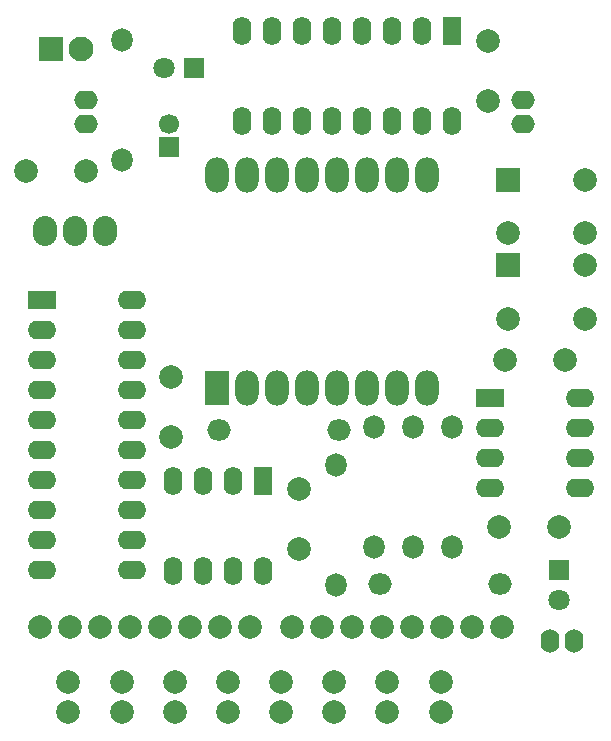
<source format=gts>
G04 #@! TF.GenerationSoftware,KiCad,Pcbnew,7.0.11-7.0.11~ubuntu22.04.1*
G04 #@! TF.CreationDate,2025-03-19T11:11:56+01:00*
G04 #@! TF.ProjectId,dancebots-pcb,64616e63-6562-46f7-9473-2d7063622e6b,v8.3*
G04 #@! TF.SameCoordinates,Original*
G04 #@! TF.FileFunction,Soldermask,Top*
G04 #@! TF.FilePolarity,Negative*
%FSLAX46Y46*%
G04 Gerber Fmt 4.6, Leading zero omitted, Abs format (unit mm)*
G04 Created by KiCad (PCBNEW 7.0.11-7.0.11~ubuntu22.04.1) date 2025-03-19 11:11:56*
%MOMM*%
%LPD*%
G01*
G04 APERTURE LIST*
%ADD10C,2.000000*%
%ADD11R,1.700000X1.700000*%
%ADD12C,1.700000*%
%ADD13R,1.800000X1.800000*%
%ADD14C,1.800000*%
%ADD15R,2.000000X2.000000*%
%ADD16C,2.100000*%
%ADD17O,2.000000X1.600000*%
%ADD18O,1.600000X2.000000*%
%ADD19O,1.800000X2.000000*%
%ADD20O,2.000000X1.800000*%
%ADD21O,2.032000X2.540000*%
%ADD22R,1.600000X2.400000*%
%ADD23O,1.600000X2.400000*%
%ADD24R,2.400000X1.600000*%
%ADD25O,2.400000X1.600000*%
%ADD26R,2.000000X3.000000*%
%ADD27O,2.000000X3.000000*%
G04 APERTURE END LIST*
D10*
X101435000Y-102500000D03*
X106515000Y-102500000D03*
D11*
X113500000Y-100500000D03*
D12*
X113500000Y-98500000D03*
D10*
X140500000Y-91460000D03*
X140500000Y-96540000D03*
X113700000Y-125040000D03*
X113700000Y-119960000D03*
X141960000Y-118500000D03*
X147040000Y-118500000D03*
X141485000Y-132625000D03*
X146565000Y-132625000D03*
D13*
X146550000Y-136300000D03*
D14*
X146550000Y-138800000D03*
D10*
X124500000Y-134540000D03*
X124500000Y-129460000D03*
D13*
X115600000Y-93800000D03*
D14*
X113060000Y-93800000D03*
D15*
X103530000Y-92200000D03*
D16*
X106070000Y-92200000D03*
D17*
X106500000Y-98500000D03*
X106500000Y-96500000D03*
X143500000Y-96500000D03*
X143500000Y-98500000D03*
D18*
X147800000Y-142325000D03*
X145800000Y-142325000D03*
D10*
X105000000Y-148270000D03*
X105000000Y-145730000D03*
X109500000Y-148270000D03*
X109500000Y-145730000D03*
X114000000Y-148270000D03*
X114000000Y-145730000D03*
X118500000Y-148270000D03*
X118500000Y-145730000D03*
X123000000Y-148270000D03*
X123000000Y-145730000D03*
X127500000Y-148270000D03*
X127500000Y-145730000D03*
X132000000Y-148270000D03*
X132000000Y-145730000D03*
X136500000Y-148270000D03*
X136500000Y-145730000D03*
D19*
X109500000Y-101600000D03*
X109500000Y-91440000D03*
D20*
X131400000Y-137500000D03*
X141560000Y-137500000D03*
X127900000Y-124450000D03*
X117740000Y-124450000D03*
D10*
X102600000Y-141100000D03*
X105140000Y-141100000D03*
X107680000Y-141100000D03*
X110220000Y-141100000D03*
X112760000Y-141100000D03*
X115300000Y-141100000D03*
X117840000Y-141100000D03*
X120380000Y-141100000D03*
X123950000Y-141100000D03*
X126490000Y-141100000D03*
X129030000Y-141100000D03*
X131570000Y-141100000D03*
X134110000Y-141100000D03*
X136650000Y-141100000D03*
X139190000Y-141100000D03*
X141730000Y-141100000D03*
D21*
X102985000Y-107585000D03*
X105525000Y-107585000D03*
X108065000Y-107585000D03*
D22*
X137500000Y-90675000D03*
D23*
X134960000Y-90675000D03*
X132420000Y-90675000D03*
X129880000Y-90675000D03*
X127340000Y-90675000D03*
X124800000Y-90675000D03*
X122260000Y-90675000D03*
X119720000Y-90675000D03*
X119720000Y-98295000D03*
X122260000Y-98295000D03*
X124800000Y-98295000D03*
X127340000Y-98295000D03*
X129880000Y-98295000D03*
X132420000Y-98295000D03*
X134960000Y-98295000D03*
X137500000Y-98295000D03*
D24*
X102775000Y-113450000D03*
D25*
X102775000Y-115990000D03*
X102775000Y-118530000D03*
X102775000Y-121070000D03*
X102775000Y-123610000D03*
X102775000Y-126150000D03*
X102775000Y-128690000D03*
X102775000Y-131230000D03*
X102775000Y-133770000D03*
X102775000Y-136310000D03*
X110395000Y-136310000D03*
X110395000Y-133770000D03*
X110395000Y-131230000D03*
X110395000Y-128690000D03*
X110395000Y-126150000D03*
X110395000Y-123610000D03*
X110395000Y-121070000D03*
X110395000Y-118530000D03*
X110395000Y-115990000D03*
X110395000Y-113450000D03*
D24*
X140675000Y-121700000D03*
D25*
X140675000Y-124240000D03*
X140675000Y-126780000D03*
X140675000Y-129320000D03*
X148295000Y-129320000D03*
X148295000Y-126780000D03*
X148295000Y-124240000D03*
X148295000Y-121700000D03*
D22*
X121475000Y-128725000D03*
D23*
X118935000Y-128725000D03*
X116395000Y-128725000D03*
X113855000Y-128725000D03*
X113855000Y-136345000D03*
X116395000Y-136345000D03*
X118935000Y-136345000D03*
X121475000Y-136345000D03*
D26*
X117610000Y-120917000D03*
D27*
X120150000Y-120917000D03*
X122690000Y-120917000D03*
X125230000Y-120917000D03*
X127770000Y-120917000D03*
X130310000Y-120917000D03*
X132850000Y-120917000D03*
X135390000Y-120917000D03*
X135390000Y-102883000D03*
X132850000Y-102883000D03*
X130310000Y-102883000D03*
X127770000Y-102883000D03*
X125230000Y-102883000D03*
X122690000Y-102883000D03*
X120150000Y-102883000D03*
X117610000Y-102883000D03*
D19*
X134200000Y-134300000D03*
X134200000Y-124140000D03*
X137500000Y-134300000D03*
X137500000Y-124140000D03*
X127625000Y-127425000D03*
X127625000Y-137585000D03*
X130900000Y-134300000D03*
X130900000Y-124140000D03*
D15*
X142250000Y-110500000D03*
D10*
X148750000Y-110500000D03*
X142250000Y-115000000D03*
X148750000Y-115000000D03*
D15*
X142250000Y-103250000D03*
D10*
X148750000Y-103250000D03*
X142250000Y-107750000D03*
X148750000Y-107750000D03*
M02*

</source>
